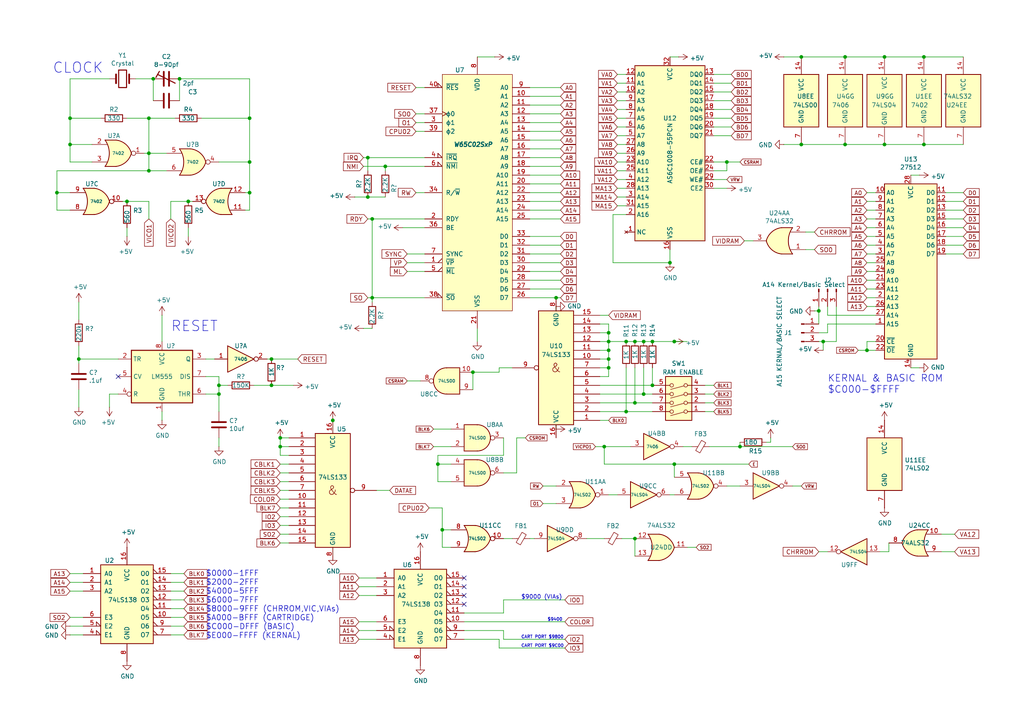
<source format=kicad_sch>
(kicad_sch (version 20250114) (generator "eeschema") (generator_version "9.0")
  (paper "A4")
  (text "RESET" (at 49.53 96.52 0) (effects (font (size 2.9972 2.9972)) (justify left bottom)))
  (text "$0000-1FFF\n$2000-2FFF\n$4000-5FFF\n$6000-7FFF\n$8000-9FFF (CHRROM,VIC,VIAs)\n$A000-BFFF (CARTRIDGE)\n$C000-DFFF (BASIC)\n$E000-FFFF (KERNAL)" (at 59.69 185.42 0) (effects (font (size 1.6002 1.6002)) (justify left bottom)))
  (text "$9000 (VIAs)\n" (at 151.13 173.99 0) (effects (font (size 1.1938 1.1938)) (justify left bottom)))
  (text "CART PORT $9800\n" (at 151.13 185.42 0) (effects (font (size 0.889 0.889)) (justify left bottom)))
  (text "CLOCK" (at 15.24 21.59 0) (effects (font (size 2.9972 2.9972)) (justify left bottom)))
  (text "$9400\n" (at 158.75 180.34 0) (effects (font (size 0.889 0.889)) (justify left bottom)))
  (text "CART PORT $9C00\n" (at 151.13 187.96 0) (effects (font (size 0.889 0.889)) (justify left bottom)))
  (text "KERNAL & BASIC ROM\n$C000-$FFFF\n" (at 240.03 114.3 0) (effects (font (size 2.0066 2.0066)) (justify left bottom)))
  (junction (at 106.68 57.15))
  (junction (at 195.58 99.06))
  (junction (at 111.76 48.26))
  (junction (at 22.86 104.14))
  (junction (at 107.95 86.36))
  (junction (at 210.82 46.99))
  (junction (at 63.5 114.3))
  (junction (at 72.39 46.99))
  (junction (at 175.26 129.54))
  (junction (at 184.15 116.84))
  (junction (at 43.18 34.29))
  (junction (at 43.18 44.45))
  (junction (at 195.58 134.62))
  (junction (at 20.32 41.91))
  (junction (at 267.97 41.91))
  (junction (at 43.18 49.53))
  (junction (at 238.76 99.06))
  (junction (at 161.29 86.36))
  (junction (at 128.27 153.67))
  (junction (at 36.83 58.42))
  (junction (at 245.11 41.91))
  (junction (at 181.61 119.38))
  (junction (at 189.23 99.06))
  (junction (at 232.41 16.51))
  (junction (at 176.53 101.6))
  (junction (at 184.15 99.06))
  (junction (at 20.32 34.29))
  (junction (at 176.53 99.06))
  (junction (at 107.95 63.5))
  (junction (at 52.07 22.86))
  (junction (at 54.61 58.42))
  (junction (at 137.16 107.95))
  (junction (at 181.61 99.06))
  (junction (at 232.41 41.91))
  (junction (at 44.45 22.86))
  (junction (at 96.52 121.92))
  (junction (at 186.69 114.3))
  (junction (at 256.54 41.91))
  (junction (at 78.74 104.14))
  (junction (at 127 134.62))
  (junction (at 194.31 76.2))
  (junction (at 189.23 111.76))
  (junction (at 106.68 45.72))
  (junction (at 245.11 16.51))
  (junction (at 186.69 99.06))
  (junction (at 16.51 55.88))
  (junction (at 81.28 127))
  (junction (at 81.28 129.54))
  (junction (at 214.63 129.54))
  (junction (at 267.97 16.51))
  (junction (at 251.46 101.6))
  (junction (at 256.54 16.51))
  (junction (at 72.39 55.88))
  (junction (at 237.49 90.17))
  (junction (at 176.53 96.52))
  (junction (at 63.5 111.76))
  (junction (at 184.15 156.21))
  (junction (at 72.39 34.29))
  (junction (at 176.53 104.14))
  (junction (at 78.74 111.76))
  (junction (at 176.53 106.68))
  (no_connect (at 34.29 109.22))
  (no_connect (at 134.62 172.72))
  (no_connect (at 134.62 167.64))
  (no_connect (at 134.62 175.26))
  (no_connect (at 134.62 170.18))
  (wire (pts (xy 173.99 111.76) (xy 189.23 111.76)))
  (wire (pts (xy 144.78 106.68) (xy 144.78 107.95)))
  (wire (pts (xy 107.95 63.5) (xy 107.95 86.36)))
  (wire (pts (xy 39.37 22.86) (xy 44.45 22.86)))
  (wire (pts (xy 267.97 41.91) (xy 279.4 41.91)))
  (wire (pts (xy 181.61 41.91) (xy 179.07 41.91)))
  (wire (pts (xy 194.31 16.51) (xy 196.85 16.51)))
  (wire (pts (xy 22.86 113.03) (xy 22.86 118.11)))
  (wire (pts (xy 254 99.06) (xy 251.46 99.06)))
  (wire (pts (xy 63.5 127) (xy 63.5 129.54)))
  (wire (pts (xy 63.5 114.3) (xy 63.5 119.38)))
  (wire (pts (xy 43.18 49.53) (xy 16.51 49.53)))
  (wire (pts (xy 78.74 111.76) (xy 85.09 111.76)))
  (wire (pts (xy 198.12 129.54) (xy 200.66 129.54)))
  (wire (pts (xy 128.27 158.75) (xy 128.27 153.67)))
  (wire (pts (xy 96.52 125.73) (xy 96.52 121.92)))
  (wire (pts (xy 123.19 76.2) (xy 118.11 76.2)))
  (wire (pts (xy 127 134.62) (xy 127 139.7)))
  (wire (pts (xy 106.68 57.15) (xy 102.87 57.15)))
  (wire (pts (xy 149.86 127) (xy 152.4 127)))
  (wire (pts (xy 153.67 76.2) (xy 162.56 76.2)))
  (wire (pts (xy 184.15 156.21) (xy 184.15 161.29)))
  (wire (pts (xy 175.26 134.62) (xy 195.58 134.62)))
  (wire (pts (xy 24.13 166.37) (xy 20.32 166.37)))
  (wire (pts (xy 194.31 72.39) (xy 194.31 76.2)))
  (wire (pts (xy 43.18 49.53) (xy 48.26 49.53)))
  (wire (pts (xy 49.53 184.15) (xy 53.34 184.15)))
  (wire (pts (xy 153.67 83.82) (xy 162.56 83.82)))
  (wire (pts (xy 207.01 29.21) (xy 212.09 29.21)))
  (wire (pts (xy 173.99 114.3) (xy 186.69 114.3)))
  (wire (pts (xy 254 76.2) (xy 251.46 76.2)))
  (wire (pts (xy 204.47 116.84) (xy 207.01 116.84)))
  (wire (pts (xy 254 78.74) (xy 251.46 78.74)))
  (wire (pts (xy 181.61 21.59) (xy 179.07 21.59)))
  (wire (pts (xy 58.42 34.29) (xy 72.39 34.29)))
  (wire (pts (xy 177.8 62.23) (xy 177.8 76.2)))
  (wire (pts (xy 254 86.36) (xy 251.46 86.36)))
  (wire (pts (xy 176.53 101.6) (xy 176.53 104.14)))
  (wire (pts (xy 134.62 177.8) (xy 146.05 177.8)))
  (wire (pts (xy 123.19 45.72) (xy 106.68 45.72)))
  (wire (pts (xy 149.86 137.16) (xy 149.86 127)))
  (wire (pts (xy 153.67 53.34) (xy 162.56 53.34)))
  (wire (pts (xy 24.13 181.61) (xy 20.32 181.61)))
  (wire (pts (xy 49.53 166.37) (xy 53.34 166.37)))
  (wire (pts (xy 111.76 48.26) (xy 105.41 48.26)))
  (wire (pts (xy 72.39 55.88) (xy 71.12 55.88)))
  (wire (pts (xy 181.61 24.13) (xy 179.07 24.13)))
  (wire (pts (xy 72.39 60.96) (xy 72.39 55.88)))
  (wire (pts (xy 236.22 67.31) (xy 233.68 67.31)))
  (wire (pts (xy 153.67 27.94) (xy 162.56 27.94)))
  (wire (pts (xy 146.05 137.16) (xy 149.86 137.16)))
  (wire (pts (xy 207.01 34.29) (xy 212.09 34.29)))
  (wire (pts (xy 181.61 99.06) (xy 184.15 99.06)))
  (wire (pts (xy 173.99 93.98) (xy 176.53 93.98)))
  (wire (pts (xy 43.18 44.45) (xy 48.26 44.45)))
  (wire (pts (xy 46.99 91.44) (xy 46.99 99.06)))
  (wire (pts (xy 240.03 91.44) (xy 240.03 88.9)))
  (wire (pts (xy 138.43 95.25) (xy 138.43 99.06)))
  (wire (pts (xy 254 66.04) (xy 251.46 66.04)))
  (wire (pts (xy 181.61 59.69) (xy 179.07 59.69)))
  (wire (pts (xy 123.19 25.4) (xy 120.65 25.4)))
  (wire (pts (xy 276.86 154.94) (xy 273.05 154.94)))
  (wire (pts (xy 242.57 88.9) (xy 242.57 99.06)))
  (wire (pts (xy 161.29 86.36) (xy 162.56 86.36)))
  (wire (pts (xy 214.63 129.54) (xy 229.87 129.54)))
  (wire (pts (xy 240.03 160.02) (xy 237.49 160.02)))
  (wire (pts (xy 173.99 106.68) (xy 176.53 106.68)))
  (wire (pts (xy 146.05 173.99) (xy 163.83 173.99)))
  (wire (pts (xy 153.67 25.4) (xy 162.56 25.4)))
  (wire (pts (xy 83.82 154.94) (xy 81.28 154.94)))
  (wire (pts (xy 276.86 160.02) (xy 273.05 160.02)))
  (wire (pts (xy 207.01 26.67) (xy 212.09 26.67)))
  (wire (pts (xy 83.82 147.32) (xy 81.28 147.32)))
  (wire (pts (xy 124.46 147.32) (xy 128.27 147.32)))
  (wire (pts (xy 236.22 90.17) (xy 237.49 90.17)))
  (wire (pts (xy 83.82 139.7) (xy 81.28 139.7)))
  (wire (pts (xy 20.32 41.91) (xy 20.32 46.99)))
  (wire (pts (xy 153.67 68.58) (xy 162.56 68.58)))
  (wire (pts (xy 49.53 173.99) (xy 53.34 173.99)))
  (wire (pts (xy 274.32 68.58) (xy 279.4 68.58)))
  (wire (pts (xy 109.22 182.88) (xy 104.14 182.88)))
  (wire (pts (xy 153.67 40.64) (xy 162.56 40.64)))
  (wire (pts (xy 173.99 96.52) (xy 176.53 96.52)))
  (wire (pts (xy 49.53 58.42) (xy 49.53 63.5)))
  (wire (pts (xy 204.47 119.38) (xy 207.01 119.38)))
  (wire (pts (xy 49.53 181.61) (xy 53.34 181.61)))
  (wire (pts (xy 83.82 149.86) (xy 81.28 149.86)))
  (wire (pts (xy 175.26 129.54) (xy 172.72 129.54)))
  (wire (pts (xy 153.67 86.36) (xy 161.29 86.36)))
  (wire (pts (xy 49.53 176.53) (xy 53.34 176.53)))
  (wire (pts (xy 264.16 106.68) (xy 266.7 106.68)))
  (wire (pts (xy 83.82 137.16) (xy 81.28 137.16)))
  (wire (pts (xy 207.01 39.37) (xy 212.09 39.37)))
  (wire (pts (xy 207.01 24.13) (xy 212.09 24.13)))
  (wire (pts (xy 173.99 116.84) (xy 184.15 116.84)))
  (wire (pts (xy 267.97 16.51) (xy 256.54 16.51)))
  (wire (pts (xy 173.99 99.06) (xy 176.53 99.06)))
  (wire (pts (xy 134.62 180.34) (xy 163.83 180.34)))
  (wire (pts (xy 181.61 39.37) (xy 179.07 39.37)))
  (wire (pts (xy 127 134.62) (xy 130.81 134.62)))
  (wire (pts (xy 153.67 78.74) (xy 162.56 78.74)))
  (wire (pts (xy 146.05 156.21) (xy 148.59 156.21)))
  (wire (pts (xy 274.32 66.04) (xy 279.4 66.04)))
  (wire (pts (xy 186.69 99.06) (xy 189.23 99.06)))
  (wire (pts (xy 107.95 63.5) (xy 106.68 63.5)))
  (wire (pts (xy 279.4 58.42) (xy 274.32 58.42)))
  (wire (pts (xy 73.66 111.76) (xy 78.74 111.76)))
  (wire (pts (xy 205.74 129.54) (xy 214.63 129.54)))
  (wire (pts (xy 181.61 26.67) (xy 179.07 26.67)))
  (wire (pts (xy 24.13 184.15) (xy 20.32 184.15)))
  (wire (pts (xy 238.76 99.06) (xy 237.49 99.06)))
  (wire (pts (xy 179.07 54.61) (xy 181.61 54.61)))
  (wire (pts (xy 20.32 46.99) (xy 26.67 46.99)))
  (wire (pts (xy 111.76 49.53) (xy 111.76 48.26)))
  (wire (pts (xy 83.82 127) (xy 81.28 127)))
  (wire (pts (xy 254 73.66) (xy 251.46 73.66)))
  (wire (pts (xy 181.61 57.15) (xy 179.07 57.15)))
  (wire (pts (xy 274.32 71.12) (xy 279.4 71.12)))
  (wire (pts (xy 184.15 116.84) (xy 189.23 116.84)))
  (wire (pts (xy 72.39 22.86) (xy 72.39 34.29)))
  (wire (pts (xy 207.01 31.75) (xy 212.09 31.75)))
  (wire (pts (xy 153.67 156.21) (xy 154.94 156.21)))
  (wire (pts (xy 16.51 49.53) (xy 16.51 55.88)))
  (wire (pts (xy 146.05 127) (xy 146.05 132.08)))
  (wire (pts (xy 123.19 73.66) (xy 118.11 73.66)))
  (wire (pts (xy 83.82 152.4) (xy 81.28 152.4)))
  (wire (pts (xy 161.29 146.05) (xy 157.48 146.05)))
  (wire (pts (xy 36.83 58.42) (xy 43.18 58.42)))
  (wire (pts (xy 207.01 52.07) (xy 210.82 52.07)))
  (wire (pts (xy 177.8 76.2) (xy 194.31 76.2)))
  (wire (pts (xy 22.86 87.63) (xy 22.86 92.71)))
  (wire (pts (xy 254 91.44) (xy 240.03 91.44)))
  (wire (pts (xy 81.28 132.08) (xy 81.28 129.54)))
  (wire (pts (xy 254 55.88) (xy 251.46 55.88)))
  (wire (pts (xy 251.46 99.06) (xy 251.46 101.6)))
  (wire (pts (xy 123.19 78.74) (xy 118.11 78.74)))
  (wire (pts (xy 72.39 46.99) (xy 63.5 46.99)))
  (wire (pts (xy 36.83 66.04) (xy 36.83 68.58)))
  (wire (pts (xy 134.62 185.42) (xy 144.78 185.42)))
  (wire (pts (xy 181.61 34.29) (xy 179.07 34.29)))
  (wire (pts (xy 71.12 60.96) (xy 72.39 60.96)))
  (wire (pts (xy 181.61 36.83) (xy 179.07 36.83)))
  (wire (pts (xy 210.82 140.97) (xy 214.63 140.97)))
  (wire (pts (xy 195.58 99.06) (xy 199.39 99.06)))
  (wire (pts (xy 35.56 58.42) (xy 36.83 58.42)))
  (wire (pts (xy 153.67 81.28) (xy 162.56 81.28)))
  (wire (pts (xy 274.32 55.88) (xy 279.4 55.88)))
  (wire (pts (xy 109.22 185.42) (xy 104.14 185.42)))
  (wire (pts (xy 274.32 60.96) (xy 279.4 60.96)))
  (wire (pts (xy 54.61 66.04) (xy 54.61 68.58)))
  (wire (pts (xy 43.18 34.29) (xy 36.83 34.29)))
  (wire (pts (xy 106.68 45.72) (xy 105.41 45.72)))
  (wire (pts (xy 148.59 106.68) (xy 144.78 106.68)))
  (wire (pts (xy 34.29 114.3) (xy 31.75 114.3)))
  (wire (pts (xy 181.61 29.21) (xy 179.07 29.21)))
  (wire (pts (xy 83.82 129.54) (xy 81.28 129.54)))
  (wire (pts (xy 181.61 106.68) (xy 181.61 119.38)))
  (wire (pts (xy 59.69 104.14) (xy 62.23 104.14)))
  (wire (pts (xy 20.32 60.96) (xy 16.51 60.96)))
  (wire (pts (xy 181.61 44.45) (xy 179.07 44.45)))
  (wire (pts (xy 43.18 58.42) (xy 43.18 63.5)))
  (wire (pts (xy 161.29 124.46) (xy 161.29 123.19)))
  (wire (pts (xy 173.99 109.22) (xy 176.53 109.22)))
  (wire (pts (xy 214.63 128.27) (xy 214.63 129.54)))
  (wire (pts (xy 72.39 46.99) (xy 72.39 55.88)))
  (wire (pts (xy 34.29 104.14) (xy 22.86 104.14)))
  (wire (pts (xy 146.05 177.8) (xy 146.05 173.99)))
  (wire (pts (xy 20.32 34.29) (xy 20.32 41.91)))
  (wire (pts (xy 123.19 33.02) (xy 120.65 33.02)))
  (wire (pts (xy 24.13 171.45) (xy 20.32 171.45)))
  (wire (pts (xy 50.8 34.29) (xy 43.18 34.29)))
  (wire (pts (xy 237.49 90.17) (xy 237.49 93.98)))
  (wire (pts (xy 134.62 182.88) (xy 146.05 182.88)))
  (wire (pts (xy 106.68 49.53) (xy 106.68 45.72)))
  (wire (pts (xy 254 58.42) (xy 251.46 58.42)))
  (wire (pts (xy 207.01 49.53) (xy 210.82 49.53)))
  (wire (pts (xy 83.82 132.08) (xy 81.28 132.08)))
  (wire (pts (xy 267.97 16.51) (xy 279.4 16.51)))
  (wire (pts (xy 127 139.7) (xy 130.81 139.7)))
  (wire (pts (xy 184.15 106.68) (xy 184.15 116.84)))
  (wire (pts (xy 153.67 48.26) (xy 162.56 48.26)))
  (wire (pts (xy 254 63.5) (xy 251.46 63.5)))
  (wire (pts (xy 16.51 60.96) (xy 16.51 55.88)))
  (wire (pts (xy 257.81 160.02) (xy 255.27 160.02)))
  (wire (pts (xy 49.53 179.07) (xy 53.34 179.07)))
  (wire (pts (xy 153.67 43.18) (xy 162.56 43.18)))
  (wire (pts (xy 254 60.96) (xy 251.46 60.96)))
  (wire (pts (xy 130.81 153.67) (xy 128.27 153.67)))
  (wire (pts (xy 63.5 111.76) (xy 63.5 114.3)))
  (wire (pts (xy 173.99 104.14) (xy 176.53 104.14)))
  (wire (pts (xy 207.01 46.99) (xy 210.82 46.99)))
  (wire (pts (xy 146.05 185.42) (xy 163.83 185.42)))
  (wire (pts (xy 201.93 158.75) (xy 199.39 158.75)))
  (wire (pts (xy 204.47 111.76) (xy 207.01 111.76)))
  (wire (pts (xy 77.47 104.14) (xy 78.74 104.14)))
  (wire (pts (xy 238.76 101.6) (xy 238.76 99.06)))
  (wire (pts (xy 256.54 41.91) (xy 245.11 41.91)))
  (wire (pts (xy 229.87 140.97) (xy 232.41 140.97)))
  (wire (pts (xy 245.11 16.51) (xy 256.54 16.51)))
  (wire (pts (xy 153.67 71.12) (xy 162.56 71.12)))
  (wire (pts (xy 153.67 55.88) (xy 162.56 55.88)))
  (wire (pts (xy 63.5 109.22) (xy 63.5 111.76)))
  (wire (pts (xy 59.69 109.22) (xy 63.5 109.22)))
  (wire (pts (xy 153.67 45.72) (xy 162.56 45.72)))
  (wire (pts (xy 121.92 110.49) (xy 118.11 110.49)))
  (wire (pts (xy 20.32 22.86) (xy 20.32 34.29)))
  (wire (pts (xy 146.05 182.88) (xy 146.05 185.42)))
  (wire (pts (xy 153.67 35.56) (xy 162.56 35.56)))
  (wire (pts (xy 181.61 49.53) (xy 179.07 49.53)))
  (wire (pts (xy 83.82 134.62) (xy 81.28 134.62)))
  (wire (pts (xy 176.53 143.51) (xy 179.07 143.51)))
  (wire (pts (xy 123.19 86.36) (xy 107.95 86.36)))
  (wire (pts (xy 144.78 185.42) (xy 144.78 187.96)))
  (wire (pts (xy 189.23 99.06) (xy 195.58 99.06)))
  (wire (pts (xy 153.67 33.02) (xy 162.56 33.02)))
  (wire (pts (xy 109.22 170.18) (xy 104.14 170.18)))
  (wire (pts (xy 130.81 124.46) (xy 125.73 124.46)))
  (wire (pts (xy 52.07 22.86) (xy 72.39 22.86)))
  (wire (pts (xy 43.18 44.45) (xy 41.91 44.45)))
  (wire (pts (xy 20.32 41.91) (xy 26.67 41.91)))
  (wire (pts (xy 232.41 16.51) (xy 245.11 16.51)))
  (wire (pts (xy 153.67 30.48) (xy 162.56 30.48)))
  (wire (pts (xy 31.75 22.86) (xy 20.32 22.86)))
  (wire (pts (xy 55.88 58.42) (xy 54.61 58.42)))
  (wire (pts (xy 173.99 119.38) (xy 181.61 119.38)))
  (wire (pts (xy 222.25 128.27) (xy 223.52 128.27)))
  (wire (pts (xy 267.97 41.91) (xy 256.54 41.91)))
  (wire (pts (xy 181.61 52.07) (xy 179.07 52.07)))
  (wire (pts (xy 207.01 21.59) (xy 212.09 21.59)))
  (wire (pts (xy 109.22 167.64) (xy 104.14 167.64)))
  (wire (pts (xy 182.88 129.54) (xy 175.26 129.54)))
  (wire (pts (xy 144.78 187.96) (xy 163.83 187.96)))
  (wire (pts (xy 194.31 143.51) (xy 195.58 143.51)))
  (wire (pts (xy 96.52 158.75) (xy 96.52 161.29)))
  (wire (pts (xy 210.82 46.99) (xy 214.63 46.99)))
  (wire (pts (xy 107.95 87.63) (xy 107.95 86.36)))
  (wire (pts (xy 181.61 31.75) (xy 179.07 31.75)))
  (wire (pts (xy 63.5 114.3) (xy 59.69 114.3)))
  (wire (pts (xy 123.19 35.56) (xy 120.65 35.56)))
  (wire (pts (xy 240.03 96.52) (xy 237.49 96.52)))
  (wire (pts (xy 54.61 58.42) (xy 49.53 58.42)))
  (wire (pts (xy 22.86 100.33) (xy 22.86 104.14)))
  (wire (pts (xy 184.15 99.06) (xy 186.69 99.06)))
  (wire (pts (xy 173.99 101.6) (xy 176.53 101.6)))
  (wire (pts (xy 130.81 129.54) (xy 125.73 129.54)))
  (wire (pts (xy 161.29 140.97) (xy 157.48 140.97)))
  (wire (pts (xy 52.07 29.21) (xy 52.07 22.86)))
  (wire (pts (xy 176.53 93.98) (xy 176.53 96.52)))
  (wire (pts (xy 186.69 114.3) (xy 189.23 114.3)))
  (wire (pts (xy 83.82 157.48) (xy 81.28 157.48)))
  (wire (pts (xy 153.67 38.1) (xy 162.56 38.1)))
  (wire (pts (xy 195.58 134.62) (xy 217.17 134.62)))
  (wire (pts (xy 264.16 50.8) (xy 266.7 50.8)))
  (wire (pts (xy 109.22 172.72) (xy 104.14 172.72)))
  (wire (pts (xy 232.41 16.51) (xy 227.33 16.51)))
  (wire (pts (xy 107.95 95.25) (xy 105.41 95.25)))
  (wire (pts (xy 176.53 96.52) (xy 176.53 99.06)))
  (wire (pts (xy 127 132.08) (xy 127 134.62)))
  (wire (pts (xy 24.13 168.91) (xy 20.32 168.91)))
  (wire (pts (xy 107.95 86.36) (xy 106.68 86.36)))
  (wire (pts (xy 31.75 114.3) (xy 31.75 118.11)))
  (wire (pts (xy 218.44 69.85) (xy 215.9 69.85)))
  (wire (pts (xy 189.23 111.76) (xy 189.23 106.68)))
  (wire (pts (xy 173.99 91.44) (xy 176.53 91.44)))
  (wire (pts (xy 109.22 142.24) (xy 113.03 142.24)))
  (wire (pts (xy 232.41 41.91) (xy 227.33 41.91)))
  (wire (pts (xy 207.01 36.83) (xy 212.09 36.83)))
  (wire (pts (xy 83.82 144.78) (xy 81.28 144.78)))
  (wire (pts (xy 251.46 101.6) (xy 248.92 101.6)))
  (wire (pts (xy 109.22 180.34) (xy 104.14 180.34)))
  (wire (pts (xy 144.78 107.95) (xy 137.16 107.95)))
  (wire (pts (xy 49.53 171.45) (xy 53.34 171.45)))
  (wire (pts (xy 236.22 72.39) (xy 233.68 72.39)))
  (wire (pts (xy 44.45 29.21) (xy 44.45 22.86)))
  (wire (pts (xy 137.16 107.95) (xy 137.16 113.03)))
  (wire (pts (xy 254 81.28) (xy 251.46 81.28)))
  (wire (pts (xy 63.5 111.76) (xy 66.04 111.76)))
  (wire (pts (xy 207.01 54.61) (xy 210.82 54.61)))
  (wire (pts (xy 254 93.98) (xy 240.03 93.98)))
  (wire (pts (xy 223.52 128.27) (xy 223.52 127)))
  (wire (pts (xy 274.32 63.5) (xy 279.4 63.5)))
  (wire (pts (xy 176.53 106.68) (xy 176.53 109.22)))
  (wire (pts (xy 153.67 50.8) (xy 162.56 50.8)))
  (wire (pts (xy 240.03 93.98) (xy 240.03 96.52)))
  (wire (pts (xy 123.19 63.5) (xy 107.95 63.5)))
  (wire (pts (xy 237.49 88.9) (xy 237.49 90.17)))
  (wire (pts (xy 138.43 16.51) (xy 143.51 16.51)))
  (wire (pts (xy 175.26 129.54) (xy 175.26 134.62)))
  (wire (pts (xy 195.58 134.62) (xy 195.58 138.43)))
  (wire (pts (xy 180.34 156.21) (xy 184.15 156.21)))
  (wire (pts (xy 123.19 48.26) (xy 111.76 48.26)))
  (wire (pts (xy 176.53 99.06) (xy 181.61 99.06)))
  (wire (pts (xy 254 71.12) (xy 251.46 71.12)))
  (wire (pts (xy 146.05 132.08) (xy 127 132.08)))
  (wire (pts (xy 254 68.58) (xy 251.46 68.58)))
  (wire (pts (xy 242.57 99.06) (xy 238.76 99.06)))
  (wire (pts (xy 176.53 99.06) (xy 176.53 101.6)))
  (wire (pts (xy 153.67 60.96) (xy 162.56 60.96)))
  (wire (pts (xy 43.18 44.45) (xy 43.18 49.53)))
  (wire (pts (xy 176.53 104.14) (xy 176.53 106.68)))
  (wire (pts (xy 24.13 179.07) (xy 20.32 179.07)))
  (wire (pts (xy 22.86 104.14) (xy 22.86 105.41)))
  (wire (pts (xy 123.19 38.1) (xy 120.65 38.1)))
  (wire (pts (xy 153.67 58.42) (xy 162.56 58.42)))
  (wire (pts (xy 111.76 57.15) (xy 106.68 57.15)))
  (wire (pts (xy 83.82 142.24) (xy 81.28 142.24)))
  (wire (pts (xy 78.74 104.14) (xy 86.36 104.14)))
  (wire (pts (xy 173.99 121.92) (xy 176.53 121.92)))
  (wire (pts (xy 43.18 44.45) (xy 43.18 34.29)))
  (wire (pts (xy 153.67 63.5) (xy 162.56 63.5)))
  (wire (pts (xy 20.32 34.29) (xy 29.21 34.29)))
  (wire (pts (xy 130.81 158.75) (xy 128.27 158.75)))
  (wire (pts (xy 81.28 129.54) (xy 81.28 127)))
  (wire (pts (xy 257.81 157.48) (xy 257.81 160.02)))
  (wire (pts (xy 204.47 114.3) (xy 207.01 114.3)))
  (wire (pts (xy 254 88.9) (xy 251.46 88.9)))
  (wire (pts (xy 161.29 90.17) (xy 161.29 88.9)))
  (wire (pts (xy 123.19 55.88) (xy 120.65 55.88)))
  (wire (pts (xy 251.46 101.6) (xy 254 101.6)))
  (wire (pts (xy 254 83.82) (xy 251.46 83.82)))
  (wire (pts (xy 170.18 156.21) (xy 175.26 156.21)))
  (wire (pts (xy 128.27 147.32) (xy 128.27 153.67)))
  (wire (pts (xy 210.82 49.53) (xy 210.82 46.99)))
  (wire (pts (xy 181.61 46.99) (xy 179.07 46.99)))
  (wire (pts (xy 49.53 168.91) (xy 53.34 168.91)))
  (wire (pts (xy 186.69 106.68) (xy 186.69 114.3)))
  (wire (pts (xy 46.99 119.38) (xy 46.99 121.92)))
  (wire (pts (xy 116.84 66.04) (xy 123.19 66.04)))
  (wire (pts (xy 274.32 73.66) (xy 279.4 73.66)))
  (wire (pts (xy 232.41 41.91) (xy 245.11 41.91)))
  (wire (pts (xy 16.51 55.88) (xy 20.32 55.88)))
  (wire (pts (xy 153.67 73.66) (xy 162.56 73.66)))
  (wire (pts (xy 181.61 62.23) (xy 177.8 62.23)))
  (wire (pts (xy 72.39 34.29) (xy 72.39 46.99)))
  (wire (pts (xy 181.61 119.38) (xy 189.23 119.38)))
  (global_label "BLK3" (shape input) (at 53.34 173.99 0) (effects (font (size 1.1938 1.1938))) (property "Intersheetrefs" "${INTERSHEET_REFS}" (effects (hide yes))))
  (global_label "CHRROM" (shape input) (at 236.22 67.31 0) (property "Intersheetrefs" "${INTERSHEET_REFS}" (effects (hide yes))))
  (global_label "D2" (shape input) (at 162.56 73.66 0) (effects (font (size 1.1938 1.1938))) (property "Intersheetrefs" "${INTERSHEET_REFS}" (effects (hide yes))))
  (global_label "D3" (shape input) (at 279.4 63.5 0) (effects (font (size 1.1938 1.1938))) (property "Intersheetrefs" "${INTERSHEET_REFS}" (effects (hide yes))))
  (global_label "SO2" (shape input) (at 20.32 179.07 180) (effects (font (size 1.1938 1.1938))) (property "Intersheetrefs" "${INTERSHEET_REFS}" (effects (hide yes))))
  (global_label "D5" (shape input) (at 279.4 68.58 0) (effects (font (size 1.1938 1.1938))) (property "Intersheetrefs" "${INTERSHEET_REFS}" (effects (hide yes))))
  (global_label "A13" (shape input) (at 251.46 88.9 180) (effects (font (size 1.1938 1.1938))) (property "Intersheetrefs" "${INTERSHEET_REFS}" (effects (hide yes))))
  (global_label "BLK6" (shape input) (at 53.34 181.61 0) (effects (font (size 1.1938 1.1938))) (property "Intersheetrefs" "${INTERSHEET_REFS}" (effects (hide yes))))
  (global_label "BLK0" (shape input) (at 53.34 166.37 0) (effects (font (size 1.1938 1.1938))) (property "Intersheetrefs" "${INTERSHEET_REFS}" (effects (hide yes))))
  (global_label "VA3" (shape input) (at 179.07 29.21 180) (effects (font (size 1.1938 1.1938))) (property "Intersheetrefs" "${INTERSHEET_REFS}" (effects (hide yes))))
  (global_label "A14" (shape input) (at 104.14 182.88 180) (effects (font (size 1.1938 1.1938))) (property "Intersheetrefs" "${INTERSHEET_REFS}" (effects (hide yes))))
  (global_label "CBLK3" (shape input) (at 81.28 139.7 180) (property "Intersheetrefs" "${INTERSHEET_REFS}" (effects (hide yes))))
  (global_label "A0" (shape input) (at 162.56 25.4 0) (effects (font (size 1.1938 1.1938))) (property "Intersheetrefs" "${INTERSHEET_REFS}" (effects (hide yes))))
  (global_label "SO0" (shape input) (at 120.65 33.02 180) (property "Intersheetrefs" "${INTERSHEET_REFS}" (effects (hide yes))))
  (global_label "VICO1" (shape input) (at 43.18 63.5 270) (property "Intersheetrefs" "${INTERSHEET_REFS}" (effects (hide yes))))
  (global_label "CSRAM" (shape input) (at 214.63 46.99 0) (effects (font (size 0.889 0.889))) (property "Intersheetrefs" "${INTERSHEET_REFS}" (effects (hide yes))))
  (global_label "BD3" (shape input) (at 212.09 29.21 0) (effects (font (size 1.1938 1.1938))) (property "Intersheetrefs" "${INTERSHEET_REFS}" (effects (hide yes))))
  (global_label "A12" (shape input) (at 162.56 55.88 0) (effects (font (size 1.1938 1.1938))) (property "Intersheetrefs" "${INTERSHEET_REFS}" (effects (hide yes))))
  (global_label "VA7" (shape input) (at 179.07 39.37 180) (effects (font (size 1.1938 1.1938))) (property "Intersheetrefs" "${INTERSHEET_REFS}" (effects (hide yes))))
  (global_label "IO2" (shape input) (at 163.83 185.42 0) (effects (font (size 1.1938 1.1938))) (property "Intersheetrefs" "${INTERSHEET_REFS}" (effects (hide yes))))
  (global_label "BLK2" (shape input) (at 207.01 114.3 0) (effects (font (size 0.889 0.889))) (property "Intersheetrefs" "${INTERSHEET_REFS}" (effects (hide yes))))
  (global_label "VICPO1" (shape input) (at 172.72 129.54 180) (effects (font (size 0.889 0.889))) (property "Intersheetrefs" "${INTERSHEET_REFS}" (effects (hide yes))))
  (global_label "A5" (shape input) (at 251.46 68.58 180) (effects (font (size 1.1938 1.1938))) (property "Intersheetrefs" "${INTERSHEET_REFS}" (effects (hide yes))))
  (global_label "CBLK1" (shape input) (at 81.28 134.62 180) (property "Intersheetrefs" "${INTERSHEET_REFS}" (effects (hide yes))))
  (global_label "VA9" (shape input) (at 179.07 44.45 180) (effects (font (size 1.1938 1.1938))) (property "Intersheetrefs" "${INTERSHEET_REFS}" (effects (hide yes))))
  (global_label "A15" (shape input) (at 20.32 171.45 180) (effects (font (size 1.1938 1.1938))) (property "Intersheetrefs" "${INTERSHEET_REFS}" (effects (hide yes))))
  (global_label "A12" (shape input) (at 251.46 86.36 180) (effects (font (size 1.1938 1.1938))) (property "Intersheetrefs" "${INTERSHEET_REFS}" (effects (hide yes))))
  (global_label "VIDRAM" (shape input) (at 176.53 91.44 0) (property "Intersheetrefs" "${INTERSHEET_REFS}" (effects (hide yes))))
  (global_label "A2" (shape input) (at 162.56 30.48 0) (effects (font (size 1.1938 1.1938))) (property "Intersheetrefs" "${INTERSHEET_REFS}" (effects (hide yes))))
  (global_label "CBLK5" (shape input) (at 81.28 142.24 180) (property "Intersheetrefs" "${INTERSHEET_REFS}" (effects (hide yes))))
  (global_label "DATAE" (shape input) (at 113.03 142.24 0) (effects (font (size 1.1938 1.1938))) (property "Intersheetrefs" "${INTERSHEET_REFS}" (effects (hide yes))))
  (global_label "A14" (shape input) (at 20.32 168.91 180) (effects (font (size 1.1938 1.1938))) (property "Intersheetrefs" "${INTERSHEET_REFS}" (effects (hide yes))))
  (global_label "BLK6" (shape input) (at 125.73 124.46 180) (effects (font (size 0.889 0.889))) (property "Intersheetrefs" "${INTERSHEET_REFS}" (effects (hide yes))))
  (global_label "BLK1" (shape input) (at 53.34 168.91 0) (effects (font (size 1.1938 1.1938))) (property "Intersheetrefs" "${INTERSHEET_REFS}" (effects (hide yes))))
  (global_label "A1" (shape input) (at 251.46 58.42 180) (effects (font (size 1.1938 1.1938))) (property "Intersheetrefs" "${INTERSHEET_REFS}" (effects (hide yes))))
  (global_label "A13" (shape input) (at 20.32 166.37 180) (effects (font (size 1.1938 1.1938))) (property "Intersheetrefs" "${INTERSHEET_REFS}" (effects (hide yes))))
  (global_label "COLOR" (shape input) (at 81.28 144.78 180) (property "Intersheetrefs" "${INTERSHEET_REFS}" (effects (hide yes))))
  (global_label "RW" (shape input) (at 157.48 140.97 180) (effects (font (size 0.889 0.889))) (property "Intersheetrefs" "${INTERSHEET_REFS}" (effects (hide yes))))
  (global_label "BD1" (shape input) (at 212.09 24.13 0) (effects (font (size 1.1938 1.1938))) (property "Intersheetrefs" "${INTERSHEET_REFS}" (effects (hide yes))))
  (global_label "MA14" (shape input) (at 179.07 57.15 180) (property "Intersheetrefs" "${INTERSHEET_REFS}" (effects (hide yes))))
  (global_label "MA15" (shape input) (at 179.07 59.69 180) (property "Intersheetrefs" "${INTERSHEET_REFS}" (effects (hide yes))))
  (global_label "D7" (shape input) (at 162.56 86.36 0) (effects (font (size 1.1938 1.1938))) (property "Intersheetrefs" "${INTERSHEET_REFS}" (effects (hide yes))))
  (global_label "VA2" (shape input) (at 179.07 26.67 180) (effects (font (size 1.1938 1.1938))) (property "Intersheetrefs" "${INTERSHEET_REFS}" (effects (hide yes))))
  (global_label "CSROM" (shape input) (at 248.92 101.6 180) (effects (font (size 0.889 0.889))) (property "Intersheetrefs" "${INTERSHEET_REFS}" (effects (hide yes))))
  (global_label "RESET" (shape input) (at 120.65 25.4 180) (property "Intersheetrefs" "${INTERSHEET_REFS}" (effects (hide yes))))
  (global_label "A8" (shape input) (at 162.56 45.72 0) (effects (font (size 1.1938 1.1938))) (property "Intersheetrefs" "${INTERSHEET_REFS}" (effects (hide yes))))
  (global_label "BD7" (shape input) (at 212.09 39.37 0) (effects (font (size 1.1938 1.1938))) (property "Intersheetrefs" "${INTERSHEET_REFS}" (effects (hide yes))))
  (global_label "VA0" (shape input) (at 179.07 21.59 180) (effects (font (size 1.1938 1.1938))) (property "Intersheetrefs" "${INTERSHEET_REFS}" (effects (hide yes))))
  (global_label "BLK5" (shape input) (at 207.01 119.38 0) (effects (font (size 0.889 0.889))) (property "Intersheetrefs" "${INTERSHEET_REFS}" (effects (hide yes))))
  (global_label "ML" (shape input) (at 118.11 78.74 180) (property "Intersheetrefs" "${INTERSHEET_REFS}" (effects (hide yes))))
  (global_label "VA12" (shape input) (at 179.07 52.07 180) (effects (font (size 1.1938 1.1938))) (property "Intersheetrefs" "${INTERSHEET_REFS}" (effects (hide yes))))
  (global_label "A8" (shape input) (at 251.46 76.2 180) (effects (font (size 1.1938 1.1938))) (property "Intersheetrefs" "${INTERSHEET_REFS}" (effects (hide yes))))
  (global_label "CSROM" (shape input) (at 152.4 127 0) (effects (font (size 0.889 0.889))) (property "Intersheetrefs" "${INTERSHEET_REFS}" (effects (hide yes))))
  (global_label "A11" (shape input) (at 104.14 170.18 180) (effects (font (size 1.1938 1.1938))) (property "Intersheetrefs" "${INTERSHEET_REFS}" (effects (hide yes))))
  (global_label "VA8" (shape input) (at 179.07 41.91 180) (effects (font (size 1.1938 1.1938))) (property "Intersheetrefs" "${INTERSHEET_REFS}" (effects (hide yes))))
  (global_label "A9" (shape input) (at 251.46 78.74 180) (effects (font (size 1.1938 1.1938))) (property "Intersheetrefs" "${INTERSHEET_REFS}" (effects (hide yes))))
  (global_label "SO2" (shape input) (at 81.28 154.94 180) (effects (font (size 1.1938 1.1938))) (property "Intersheetrefs" "${INTERSHEET_REFS}" (effects (hide yes))))
  (global_label "NMI" (shape input) (at 105.41 48.26 180) (property "Intersheetrefs" "${INTERSHEET_REFS}" (effects (hide yes))))
  (global_label "A13" (shape input) (at 162.56 58.42 0) (effects (font (size 1.1938 1.1938))) (property "Intersheetrefs" "${INTERSHEET_REFS}" (effects (hide yes))))
  (global_label "D4" (shape input) (at 279.4 66.04 0) (effects (font (size 1.1938 1.1938))) (property "Intersheetrefs" "${INTERSHEET_REFS}" (effects (hide yes))))
  (global_label "O1" (shape input) (at 120.65 35.56 180) (property "Intersheetrefs" "${INTERSHEET_REFS}" (effects (hide yes))))
  (global_label "A7" (shape input) (at 162.56 43.18 0) (effects (font (size 1.1938 1.1938))) (property "Intersheetrefs" "${INTERSHEET_REFS}" (effects (hide yes))))
  (global_label "BD4" (shape input) (at 212.09 31.75 0) (effects (font (size 1.1938 1.1938))) (property "Intersheetrefs" "${INTERSHEET_REFS}" (effects (hide yes))))
  (global_label "A0" (shape input) (at 251.46 55.88 180) (effects (font (size 1.1938 1.1938))) (property "Intersheetrefs" "${INTERSHEET_REFS}" (effects (hide yes))))
  (global_label "D3" (shape input) (at 162.56 76.2 0) (effects (font (size 1.1938 1.1938))) (property "Intersheetrefs" "${INTERSHEET_REFS}" (effects (hide yes))))
  (global_label "A5" (shape input) (at 162.56 38.1 0) (effects (font (size 1.1938 1.1938))) (property "Intersheetrefs" "${INTERSHEET_REFS}" (effects (hide yes))))
  (global_label "BD6" (shape input) (at 212.09 36.83 0) (effects (font (size 1.1938 1.1938))) (property "Intersheetrefs" "${INTERSHEET_REFS}" (effects (hide yes))))
  (global_label "CHRROM" (shape input) (at 237.49 160.02 180) (property "Intersheetrefs" "${INTERSHEET_REFS}" (effects (hide yes))))
  (global_label "SYNC" (shape input) (at 118.11 73.66 180) (property "Intersheetrefs" "${INTERSHEET_REFS}" (effects (hide yes))))
  (global_label "A4" (shape input) (at 251.46 66.04 180) (effects (font (size 1.1938 1.1938))) (property "Intersheetrefs" "${INTERSHEET_REFS}" (effects (hide yes))))
  (global_label "VA12" (shape input) (at 276.86 154.94 0) (property "Intersheetrefs" "${INTERSHEET_REFS}" (effects (hide yes))))
  (global_label "BLK2" (shape input) (at 53.34 171.45 0) (effects (font (size 1.1938 1.1938))) (property "Intersheetrefs" "${INTERSHEET_REFS}" (effects (hide yes))))
  (global_label "D6" (shape input) (at 162.56 83.82 0) (effects (font (size 1.1938 1.1938))) (property "Intersheetrefs" "${INTERSHEET_REFS}" (effects (hide yes))))
  (global_label "VICO2" (shape input) (at 49.53 63.5 270) (property "Intersheetrefs" "${INTERSHEET_REFS}" (effects (hide yes))))
  (global_label "E" (shape input) (at 217.17 134.62 0) (effects (font (size 0.889 0.889))) (property "Intersheetrefs" "${INTERSHEET_REFS}" (effects (hide yes))))
  (global_label "A10" (shape input) (at 162.56 50.8 0) (effects (font (size 1.1938 1.1938))) (property "Intersheetrefs" "${INTERSHEET_REFS}" (effects (hide yes))))
  (global_label "A12" (shape input) (at 104.14 172.72 180) (effects (font (size 1.1938 1.1938))) (property "Intersheetrefs" "${INTERSHEET_REFS}" (effects (hide yes))))
  (global_label "BD5" (shape input) (at 212.09 34.29 0) (effects (font (size 1.1938 1.1938))) (property "Intersheetrefs" "${INTERSHEET_REFS}" (effects (hide yes))))
  (global_label "D0" (shape input) (at 162.56 68.58 0) (effects (font (size 1.1938 1.1938))) (property "Intersheetrefs" "${INTERSHEET_REFS}" (effects (hide yes))))
  (global_label "VRW" (shape input) (at 232.41 140.97 0) (effects (font (size 0.889 0.889))) (property "Intersheetrefs" "${INTERSHEET_REFS}" (effects (hide yes))))
  (global_label "BLK6" (shape input) (at 81.28 157.48 180) (effects (font (size 1.1938 1.1938))) (property "Intersheetrefs" "${INTERSHEET_REFS}" (effects (hide yes))))
  (global_label "CSRAM" (shape input) (at 118.11 110.49 180) (effects (font (size 0.889 0.889))) (property "Intersheetrefs" "${INTERSHEET_REFS}" (effects (hide yes))))
  (global_label "A14" (shape input) (at 162.56 60.96 0) (effects (font (size 1.1938 1.1938))) (property "Intersheetrefs" "${INTERSHEET_REFS}" (effects (hide yes))))
  (global_label "VIDRAM" (shape input) (at 215.9 69.85 180) (property "Intersheetrefs" "${INTERSHEET_REFS}" (effects (hide yes))))
  (global_label "RESET" (shape input) (at 86.36 104.14 0) (property "Intersheetrefs" "${INTERSHEET_REFS}" (effects (hide yes))))
  (global_label "A13" (shape input) (at 104.14 185.42 180) (effects (font (size 1.1938 1.1938))) (property "Intersheetrefs" "${INTERSHEET_REFS}" (effects (hide yes))))
  (global_label "D5" (shape input) (at 162.56 81.28 0) (effects (font (size 1.1938 1.1938))) (property "Intersheetrefs" "${INTERSHEET_REFS}" (effects (hide yes))))
  (global_label "BLK7" (shape input) (at 81.28 147.32 180) (effects (font (size 1.1938 1.1938))) (property "Intersheetrefs" "${INTERSHEET_REFS}" (effects (hide yes))))
  (global_label "D4" (shape input) (at 162.56 78.74 0) (effects (font (size 1.1938 1.1938))) (property "Intersheetrefs" "${INTERSHEET_REFS}" (effects (hide yes))))
  (global_label "IO3" (shape input) (at 81.28 152.4 180) (effects (font (size 1.1938 1.1938))) (property "Intersheetrefs" "${INTERSHEET_REFS}" (effects (hide yes))))
  (global_label "VA6" (shape input) (at 179.07 36.83 180) (effects (font (size 1.1938 1.1938))) (property "Intersheetrefs" "${INTERSHEET_REFS}" (effects (hide yes))))
  (global_label "IO0" (shape input) (at 163.83 173.99 0) (effects (font (size 1.1938 1.1938))) (property "Intersheetrefs" "${INTERSHEET_REFS}" (effects (hide yes))))
  (global_label "A15" (shape input) (at 162.56 63.5 0) (effects (font (size 1.1938 1.1938))) (property "Intersheetrefs" "${INTERSHEET_REFS}" (effects (hide yes))))
  (global_label "D7" (shape input) (at 279.4 73.66 0) (effects (font (size 1.1938 1.1938))) (property "Intersheetrefs" "${INTERSHEET_REFS}" (effects (hide yes))))
  (global_label "VA13" (shape input) (at 276.86 160.02 0) (property "Intersheetrefs" "${INTERSHEET_REFS}" (effects (hide yes))))
  (global_label "RDY" (shape input) (at 106.68 63.5 180) (property "Intersheetrefs" "${INTERSHEET_REFS}" (effects (hide yes))))
  (global_label "D1" (shape input) (at 162.56 71.12 0) (effects (font (size 1.1938 1.1938))) (property "Intersheetrefs" "${INTERSHEET_REFS}" (effects (hide yes))))
  (global_label "SO0" (shape input) (at 229.87 129.54 0) (effects (font (size 0.889 0.889))) (property "Intersheetrefs" "${INTERSHEET_REFS}" (effects (hide yes))))
  (global_label "BLK3" (shape input) (at 207.01 116.84 0) (effects (font (size 0.889 0.889))) (property "Intersheetrefs" "${INTERSHEET_REFS}" (effects (hide yes))))
  (global_label "A10" (shape input) (at 104.14 167.64 180) (effects (font (size 1.1938 1.1938))) (property "Intersheetrefs" "${INTERSHEET_REFS}" (effects (hide yes))))
  (global_label "A3" (shape input) (at 251.46 63.5 180) (effects (font (size 1.1938 1.1938))) (property "Intersheetrefs" "${INTERSHEET_REFS}" (effects (hide yes))))
  (global_label "A6" (shape input) (at 162.56 40.64 0) (effects (font (size 1.1938 1.1938))) (property "Intersheetrefs" "${INTERSHEET_REFS}" (effects (hide yes))))
  (global_label "BLK7" (shape input) (at 53.34 184.15 0) (effects (font (size 1.1938 1.1938))) (property "Intersheetrefs" "${INTERSHEET_REFS}" (effects (hide yes))))
  (global_label "BLK1" (shape input) (at 207.01 111.76 0) (effects (font (size 0.889 0.889))) (property "Intersheetrefs" "${INTERSHEET_REFS}" (effects (hide yes))))
  (global_label "RW" (shape input) (at 120.65 55.88 180) (property "Intersheetrefs" "${INTERSHEET_REFS}" (effects (hide yes))))
  (global_label "VA11" (shape input) (at 179.07 49.53 180) (effects (font (size 1.1938 1.1938))) (property "Intersheetrefs" "${INTERSHEET_REFS}" (effects (hide yes))))
  (global_label "A15" (shape input) (at 104.14 180.34 180) (effects (font (size 1.1938 1.1938))) (property "Intersheetrefs" "${INTERSHEET_REFS}" (effects (hide yes))))
  (global_label "MA13" (shape input) (at 179.07 54.61 180) (property "Intersheetrefs" "${INTERSHEET_REFS}" (effects (hide yes))))
  (global_label "VP" (shape input) (at 118.11 76.2 180) (property "Intersheetrefs" "${INTERSHEET_REFS}" (effects (hide yes))))
  (global_label "CPU02" (shape input) (at 120.65 38.1 180) (property "Intersheetrefs" "${INTERSHEET_REFS}" (effects (hide yes))))
  (global_label "IO3" (shape input) (at 163.83 187.96 0) (effects (font (size 1.1938 1.1938))) (property "Intersheetrefs" "${INTERSHEET_REFS}" (effects (hide yes))))
  (global_label "IO2" (shape input) (at 81.28 149.86 180) (effects (font (size 1.1938 1.1938))) (property "Intersheetrefs" "${INTERSHEET_REFS}" (effects (hide yes))))
  (global_label "CBLK2" (shape input) (at 81.28 137.16 180) (property "Intersheetrefs" "${INTERSHEET_REFS}" (effects (hide yes))))
  (global_label "VRW" (shape input) (at 210.82 52.07 0) (effects (font (size 0.889 0.889))) (property "Intersheetrefs" "${INTERSHEET_REFS}" (effects (hide yes))))
  (global_label "A7" (shape input) (at 251.46 73.66 180) (effects (font (size 1.1938 1.1938))) (property "Intersheetrefs" "${INTERSHEET_REFS}" (effects (hide yes))))
  (global_label "D0" (shape input) (at 279.4 55.88 0) (effects (font (size 1.1938 1.1938))) (property "Intersheetrefs" "${INTERSHEET_REFS}" (effects (hide yes))))
  (global_label "SO" (shape input) (at 106.68 86.36 180) (property "Intersheetrefs" "${INTERSHEET_REFS}" (effects (hide yes))))
  (global_label "BLK7" (shape input) (at 125.73 129.54 180) (effects (font (size 0.889 0.889))) (property "Intersheetrefs" "${INTERSHEET_REFS}" (effects (hide yes))))
  (global_label "A11" (shape input) (at 251.46 83.82 180) (effects (font (size 1.1938 1.1938))) (property "Intersheetrefs" "${INTERSHEET_REFS}" (effects (hide yes))))
  (global_label "BLK5" (shape input) (at 53.34 179.07 0) (effects (font (size 1.1938 1.1938))) (property "Intersheetrefs" "${INTERSHEET_REFS}" (effects (hide yes))))
  (global_label "A4" (shape input) (at 162.56 35.56 0) (effects (font (size 1.1938 1.1938))) (property "Intersheetrefs" "${INTERSHEET_REFS}" (effects (hide yes))))
  (global_label "A1" (shape input) (at 162.56 27.94 0) (effects (font (size 1.1938 1.1938))) (property "Intersheetrefs" "${INTERSHEET_REFS}" (effects (hide yes))))
  (global_label "A11" (shape input) (at 162.56 53.34 0) (effects (font (size 1.1938 1.1938))) (property "Intersheetrefs" "${INTERSHEET_REFS}" (effects (hide yes))))
  (global_label "A2" (shape input) (at 251.46 60.96 180) (effects (font (size 1.1938 1.1938))) (property "Intersheetrefs" "${INTERSHEET_REFS}" (effects (hide yes))))
  (global_label "VA5" (shape input) (at 179.07 34.29 180) (effects (font (size 1.1938 1.1938))) (property "Intersheetrefs" "${INTERSHEET_REFS}" (effects (hide yes))))
  (global_label "O1" (shape input) (at 157.48 146.05 180) (effects (font (size 0.889 0.889))) (property "Intersheetrefs" "${INTERSHEET_REFS}" (effects (hide yes))))
  (global_label "D2" (shape input) (at 279.4 60.96 0) (effects (font (size 1.1938 1.1938))) (property "Intersheetrefs" "${INTERSHEET_REFS}" (effects (hide yes))))
  (global_label "A3" (shape input) (at 162.56 33.02 0) (effects (font (size 1.1938 1.1938))) (property "Intersheetrefs" "${INTERSHEET_REFS}" (effects (hide yes))))
  (global_label "BLK0" (shape input) (at 176.53 121.92 0) (effects (font (size 0.889 0.889))) (property "Intersheetrefs" "${INTERSHEET_REFS}" (effects (hide yes))))
  (global_label "BLK4" (shape input) (at 53.34 176.53 0) (effects (font (size 1.1938 1.1938))) (property "Intersheetrefs" "${INTERSHEET_REFS}" (effects (hide yes))))
  (global_label "COLOR" (shape input) (at 163.83 180.34 0) (effects (font (size 1.1938 1.1938))) (property "Intersheetrefs" "${INTERSHEET_REFS}" (effects (hide yes))))
  (global_label "A6" (shape input) (at 251.46 71.12 180) (effects (font (size 1.1938 1.1938))) (property "Intersheetrefs" "${INTERSHEET_REFS}" (effects (hide yes))))
  (global_label "BD2" (shape input) (at 212.09 26.67 0) (effects (font (size 1.1938 1.1938))) (property "Intersheetrefs" "${INTERSHEET_REFS}" (effects (hide yes))))
  (global_label "VA1" (shape input) (at 179.07 24.13 180) (effects (font (size 1.1938 1.1938))) (property "Intersheetrefs" "${INTERSHEET_REFS}" (effects (hide yes))))
  (global_label "D1" (shape input) (at 279.4 58.42 0) (effects (font (size 1.1938 1.1938))) (property "Intersheetrefs" "${INTERSHEET_REFS}" (effects (hide yes))))
  (global_label "VA10" (shape input) (at 179.07 46.99 180) (effects (font (size 1.1938 1.1938))) (property "Intersheetrefs" "${INTERSHEET_REFS}" (effects (hide yes))))
  (global_label "A9" (shape input) (at 162.56 48.26 0) (effects (font (size 1.1938 1.1938))) (property "Intersheetrefs" "${INTERSHEET_REFS}" (effects (hide yes))))
  (global_label "CPU02" (shape input) (at 124.46 147.32 180) (property "Intersheetrefs" "${INTERSHEET_REFS}" (effects (hide yes))))
  (global_label "A10" (shape input) (at 251.46 81.28 180) (effects (font (size 1.1938 1.1938))) (property "Intersheetrefs" "${INTERSHEET_REFS}" (effects (hide yes))))
  (global_label "SO0" (shape input) (at 236.22 72.39 0) (property "Intersheetrefs" "${INTERSHEET_REFS}" (effects (hide yes))))
  (global_label "SO2" (shape input) (at 201.93 158.75 0) (effects (font (size 0.889 0.889))) (property "Intersheetrefs" "${INTERSHEET_REFS}" (effects (hide yes))))
  (global_label "IRQ" (shape input) (at 105.41 45.72 180) (property "Intersheetrefs" "${INTERSHEET_REFS}" (effects (hide yes))))
  (global_label "VA4" (shape input) (at 179.07 31.75 180) (effects (font (size 1.1938 1.1938))) (property "Intersheetrefs" "${INTERSHEET_REFS}" (effects (hide yes))))
  (global_label "D6" (shape input) (at 279.4 71.12 0) (effects (font (size 1.1938 1.1938))) (property "Intersheetrefs" "${INTERSHEET_REFS}" (effects (hide yes))))
  (global_label "BD0" (shape input) (at 212.09 21.59 0) (effects (font (size 1.1938 1.1938))) (property "Intersheetrefs" "${INTERSHEET_REFS}" (effects (hide yes))))
  (symbol (lib_id "Device:R") (at 69.85 111.76 270) (unit 1)
    (property "Reference" "R6" (at 69.85 109.22 90))
    (property "Value" "150K" (at 69.85 111.76 90))
    (property "Footprint" "Resistor_THT:R_Axial_DIN0207_L6.3mm_D2.5mm_P7.62mm_Horizontal" (effects (hide yes)))
    (instances (project "" (path "" (reference "R?") (unit 1)) (path "" (reference "R6") (unit 1))))
  )
  (symbol (lib_id "Device:R") (at 78.74 107.95 0) (unit 1)
    (property "Reference" "R7" (at 80.01 106.68 0) (effects (justify left)))
    (property "Value" "1K" (at 78.74 109.22 90) (effects (justify left)))
    (property "Footprint" "Resistor_THT:R_Axial_DIN0207_L6.3mm_D2.5mm_P7.62mm_Horizontal" (effects (hide yes)))
    (instances (project "" (path "" (reference "R?") (unit 1)) (path "" (reference "R7") (unit 1))))
  )
  (symbol (lib_id "power:+5V") (at 46.99 91.44 0) (unit 1)
    (property "Reference" "#PWR0101" (effects (hide yes)))
    (property "Value" "+5V" (at 47.371 87.0458 0))
    (instances (project "" (path "" (reference "#PWR?") (unit 1)) (path "" (reference "#PWR0101") (unit 1))))
  )
  (symbol (lib_id "power:GND") (at 46.99 121.92 0) (unit 1)
    (property "Reference" "#PWR0102" (effects (hide yes)))
    (property "Value" "GND" (at 47.117 126.3142 0))
    (instances (project "" (path "" (reference "#PWR?") (unit 1)) (path "" (reference "#PWR0102") (unit 1))))
  )
  (symbol (lib_id "74xx:74LS06") (at 69.85 104.14 0) (unit 1)
    (property "Reference" "U4" (at 69.85 100.33 0))
    (property "Value" "7406" (at 69.85 104.14 0) (effects (font (size 0.9906 0.9906))))
    (property "Footprint" "Package_DIP:DIP-14_W7.62mm_Socket" (effects (hide yes)))
    (property "Datasheet" "http://www.ti.com/lit/gpn/sn74LS06" (effects (hide yes)))
    (instances (project "" (path "" (reference "U?") (unit 1)) (path "" (reference "U4") (unit 1))))
  )
  (symbol (lib_id "Device:C") (at 63.5 123.19 0) (unit 1)
    (property "Reference" "C4" (at 66.421 122.0216 0) (effects (justify left)))
    (property "Value" "10uf" (at 66.421 124.333 0) (effects (justify left)))
    (property "Footprint" "Capacitor_THT:CP_Radial_D4.0mm_P2.00mm" (effects (hide yes)))
    (instances (project "" (path "" (reference "C?") (unit 1)) (path "" (reference "C4") (unit 1))))
  )
  (symbol (lib_id "power:+5V") (at 85.09 111.76 270) (unit 1)
    (property "Reference" "#PWR0103" (effects (hide yes)))
    (property "Value" "+5V" (at 88.3412 112.141 90) (effects (justify left)))
    (instances (project "" (path "" (reference "#PWR?") (unit 1)) (path "" (reference "#PWR0103") (unit 1))))
  )
  (symbol (lib_id "power:GND") (at 63.5 129.54 0) (unit 1)
    (property "Reference" "#PWR0104" (effects (hide yes)))
    (property "Value" "GND" (at 63.627 133.9342 0))
    (instances (project "" (path "" (reference "#PWR?") (unit 1)) (path "" (reference "#PWR0104") (unit 1))))
  )
  (symbol (lib_id "power:GND") (at 22.86 118.11 0) (unit 1)
    (property "Reference" "#PWR0105" (effects (hide yes)))
    (property "Value" "GND" (at 22.987 122.5042 0))
    (instances (project "" (path "" (reference "#PWR?") (unit 1)) (path "" (reference "#PWR0105") (unit 1))))
  )
  (symbol (lib_id "power:+5V") (at 22.86 87.63 0) (unit 1)
    (property "Reference" "#PWR0106" (effects (hide yes)))
    (property "Value" "+5V" (at 23.241 83.2358 0))
    (instances (project "" (path "" (reference "#PWR?") (unit 1)) (path "" (reference "#PWR0106") (unit 1))))
  )
  (symbol (lib_id "power:+5V") (at 31.75 118.11 180) (unit 1)
    (property "Reference" "#PWR0107" (effects (hide yes)))
    (property "Value" "+5V" (at 31.369 122.5042 0))
    (instances (project "" (path "" (reference "#PWR?") (unit 1)) (path "" (reference "#PWR0107") (unit 1))))
  )
  (symbol (lib_id "Device:C") (at 22.86 109.22 0) (unit 1)
    (property "Reference" "C1" (at 25.781 108.0516 0) (effects (justify left)))
    (property "Value" ".1uf" (at 25.781 110.363 0) (effects (justify left)))
    (property "Footprint" "Capacitor_THT:C_Rect_L7.0mm_W2.0mm_P5.00mm" (effects (hide yes)))
    (instances (project "" (path "" (reference "C?") (unit 1)) (path "" (reference "C1") (unit 1))))
  )
  (symbol (lib_id "Device:R") (at 22.86 96.52 0) (unit 1)
    (property "Reference" "R1" (at 24.638 95.3516 0) (effects (justify left)))
    (property "Value" "220k" (at 22.86 99.06 90) (effects (justify left)))
    (property "Footprint" "Resistor_THT:R_Axial_DIN0207_L6.3mm_D2.5mm_P7.62mm_Horizontal" (effects (hide yes)))
    (instances (project "" (path "" (reference "R?") (unit 1)) (path "" (reference "R1") (unit 1))))
  )
  (symbol (lib_id "Vic2020mainboard-rescue:LM555-Timer") (at 46.99 109.22 0) (unit 1)
    (property "Reference" "U3" (at 49.53 100.33 0))
    (property "Value" "LM555" (at 46.99 109.22 0))
    (property "Footprint" "Package_DIP:DIP-8_W7.62mm_Socket" (effects (hide yes)))
    (property "Datasheet" "http://www.ti.com/lit/ds/symlink/lm555.pdf" (effects (hide yes)))
    (instances (project "" (path "" (reference "U?") (unit 1)) (path "" (reference "U3") (unit 1))))
  )
  (symbol (lib_id "power:+5V") (at 116.84 66.04 90) (unit 1)
    (property "Reference" "#PWR0108" (effects (hide yes)))
    (property "Value" "+5V" (at 113.5888 65.659 90) (effects (justify left)))
    (instances (project "" (path "" (reference "#PWR?") (unit 1)) (path "" (reference "#PWR0108") (unit 1))))
  )
  (symbol (lib_id "power:+5V") (at 105.41 95.25 90) (unit 1)
    (property "Reference" "#PWR0109" (effects (hide yes)))
    (property "Value" "+5V" (at 102.1588 94.869 90) (effects (justify left)))
  )
  (symbol (lib_id "power:+5V") (at 102.87 57.15 90) (unit 1)
    (property "Reference" "#PWR0110" (effects (hide yes)))
    (property "Value" "+5V" (at 99.6188 56.769 90) (effects (justify left)))
  )
  (symbol (lib_id "Device:R") (at 107.95 91.44 0) (unit 1)
    (property "Reference" "R9" (at 110.49 92.71 90) (effects (justify left)))
    (property "Value" "2.2K" (at 107.95 93.98 90) (effects (justify left)))
    (property "Footprint" "Resistor_THT:R_Axial_DIN0207_L6.3mm_D2.5mm_P7.62mm_Horizontal" (effects (hide yes)))
    (instances (project "" (path "" (reference "R?") (unit 1)) (path "" (reference "R9") (unit 1))))
  )
  (symbol (lib_id "Device:R") (at 111.76 53.34 0) (unit 1)
    (property "Reference" "R10" (at 114.3 55.88 90) (effects (justify left)))
    (property "Value" "2.2K" (at 111.76 55.88 90) (effects (justify left)))
    (property "Footprint" "Resistor_THT:R_Axial_DIN0207_L6.3mm_D2.5mm_P7.62mm_Horizontal" (effects (hide yes)))
    (instances (project "" (path "" (reference "R?") (unit 1)) (path "" (reference "R10") (unit 1))))
  )
  (symbol (lib_id "Device:R") (at 106.68 53.34 0) (unit 1)
    (property "Reference" "R8" (at 104.14 54.61 90) (effects (justify left)))
    (property "Value" "2.2K" (at 106.68 55.88 90) (effects (justify left)))
    (property "Footprint" "Resistor_THT:R_Axial_DIN0207_L6.3mm_D2.5mm_P7.62mm_Horizontal" (effects (hide yes)))
    (instances (project "" (path "" (reference "R?") (unit 1)) (path "" (reference "R8") (unit 1))))
  )
  (symbol (lib_id "power:+5V") (at 143.51 16.51 270) (unit 1)
    (property "Reference" "#PWR0111" (effects (hide yes)))
    (property "Value" "+5V" (at 146.7612 16.891 90) (effects (justify left)))
  )
  (symbol (lib_id "power:GND") (at 138.43 99.06 0) (unit 1)
    (property "Reference" "#PWR0112" (effects (hide yes)))
    (property "Value" "GND" (at 138.557 103.4542 0))
  )
  (symbol (lib_id "65xx:W65C02SxP") (at 138.43 55.88 0) (unit 1)
    (property "Reference" "U7" (at 133.35 20.32 0))
    (property "Value" "W65C02SxP" (at 137.16 41.91 0) (effects (font (bold yes) (italic yes))))
    (property "Footprint" "Package_DIP:DIP-40_W15.24mm_Socket" (effects (hide yes)))
    (property "Datasheet" "http://www.westerndesigncenter.com/wdc/documentation/w65c02s.pdf" (effects (hide yes)))
  )
  (symbol (lib_id "power:+5V") (at 36.83 68.58 180) (unit 1)
    (property "Reference" "#PWR0113" (effects (hide yes)))
    (property "Value" "+5V" (at 36.449 72.9742 0))
  )
  (symbol (lib_id "power:+5V") (at 54.61 68.58 180) (unit 1)
    (property "Reference" "#PWR0114" (effects (hide yes)))
    (property "Value" "+5V" (at 54.229 72.9742 0))
  )
  (symbol (lib_id "Vic2020mainboard-rescue:CTRIM-Device") (at 48.26 22.86 90) (unit 1)
    (property "Reference" "C2" (at 48.26 16.4338 90))
    (property "Value" "8-90pf" (at 48.26 18.7452 90))
    (property "Footprint" "Capacitor_THT:C_Radial_D10.0mm_H12.5mm_P5.00mm" (effects (hide yes)))
  )
  (symbol (lib_id "Device:Crystal") (at 35.56 22.86 0) (unit 1)
    (property "Reference" "Y1" (at 35.56 16.0528 0))
    (property "Value" "Crystal" (at 35.56 18.3642 0))
    (property "Footprint" "Crystal:Crystal_HC18-U_Vertical" (effects (hide yes)))
  )
  (symbol (lib_id "Device:R") (at 54.61 62.23 0) (unit 1)
    (property "Reference" "R5" (at 56.388 61.0616 0) (effects (justify left)))
    (property "Value" "560" (at 54.61 64.77 90) (effects (justify left)))
    (property "Footprint" "Resistor_THT:R_Axial_DIN0207_L6.3mm_D2.5mm_P7.62mm_Horizontal" (effects (hide yes)))
  )
  (symbol (lib_id "Device:R") (at 36.83 62.23 0) (unit 1)
    (property "Reference" "R3" (at 38.608 61.0616 0) (effects (justify left)))
    (property "Value" "560" (at 36.83 64.77 90) (effects (justify left)))
    (property "Footprint" "Resistor_THT:R_Axial_DIN0207_L6.3mm_D2.5mm_P7.62mm_Horizontal" (effects (hide yes)))
  )
  (symbol (lib_id "Device:R") (at 54.61 34.29 270) (unit 1)
    (property "Reference" "R4" (at 54.61 31.75 90))
    (property "Value" "330" (at 54.61 34.29 90))
    (property "Footprint" "Resistor_THT:R_Axial_DIN0207_L6.3mm_D2.5mm_P7.62mm_Horizontal" (effects (hide yes)))
  )
  (symbol (lib_id "Device:R") (at 33.02 34.29 270) (unit 1)
    (property "Reference" "R2" (at 33.02 31.75 90))
    (property "Value" "330" (at 33.02 34.29 90))
    (property "Footprint" "Resistor_THT:R_Axial_DIN0207_L6.3mm_D2.5mm_P7.62mm_Horizontal" (effects (hide yes)))
  )
  (symbol (lib_id "74xx:74LS02") (at 63.5 58.42 180) (unit 4)
    (property "Reference" "U1" (at 63.5 53.34 0))
    (property "Value" "7402" (at 63.5 58.42 0) (effects (font (size 0.889 0.889))))
    (property "Footprint" "Package_DIP:DIP-14_W7.62mm_Socket" (effects (hide yes)))
    (property "Datasheet" "http://www.ti.com/lit/gpn/sn74ls02" (effects (hide yes)))
    (instances (project "" (path "" (reference "U?") (unit 4)) (path "" (reference "U1") (unit 4))))
  )
  (symbol (lib_id "74xx:74LS02") (at 27.94 58.42 0) (mirror x) (unit 3)
    (property "Reference" "U1" (at 26.67 53.34 0))
    (property "Value" "7402" (at 27.94 58.42 0) (effects (font (size 0.889 0.889))))
    (property "Footprint" "Package_DIP:DIP-14_W7.62mm_Socket" (effects (hide yes)))
    (property "Datasheet" "http://www.ti.com/lit/gpn/sn74ls02" (effects (hide yes)))
    (instances (project "" (path "" (reference "U?") (unit 3)) (path "" (reference "U1") (unit 3))))
  )
  (symbol (lib_id "74xx:74LS02") (at 55.88 46.99 0) (unit 2)
    (property "Reference" "U1" (at 55.88 41.91 0))
    (property "Value" "7402" (at 55.88 46.99 0) (effects (font (size 0.889 0.889))))
    (property "Footprint" "Package_DIP:DIP-14_W7.62mm_Socket" (effects (hide yes)))
    (property "Datasheet" "http://www.ti.com/lit/gpn/sn74ls02" (effects (hide yes)))
    (instances (project "" (path "" (reference "U?") (unit 2)) (path "" (reference "U1") (unit 2))))
  )
  (symbol (lib_id "74xx:74LS02") (at 34.29 44.45 0) (unit 1)
    (property "Reference" "U1" (at 33.02 39.37 0))
    (property "Value" "7402" (at 34.29 44.45 0) (effects (font (size 0.889 0.889))))
    (property "Footprint" "Package_DIP:DIP-14_W7.62mm_Socket" (effects (hide yes)))
    (property "Datasheet" "http://www.ti.com/lit/gpn/sn74ls02" (effects (hide yes)))
    (instances (project "" (path "" (reference "U?") (unit 1)) (path "" (reference "U1") (unit 1))))
  )
  (symbol (lib_id "74xx:74LS138") (at 36.83 173.99 0) (unit 1)
    (property "Reference" "U2" (at 31.75 162.56 0))
    (property "Value" "74LS138" (at 35.56 173.99 0))
    (property "Footprint" "Package_DIP:DIP-16_W7.62mm_Socket" (effects (hide yes)))
    (property "Datasheet" "http://www.ti.com/lit/gpn/sn74LS138" (effects (hide yes)))
  )
  (symbol (lib_id "74xx:74LS138") (at 121.92 175.26 0) (unit 1)
    (property "Reference" "U6" (at 118.11 163.83 0))
    (property "Value" "74LS138" (at 120.65 175.26 0))
    (property "Footprint" "Package_DIP:DIP-16_W7.62mm_Socket" (effects (hide yes)))
    (property "Datasheet" "http://www.ti.com/lit/gpn/sn74LS138" (effects (hide yes)))
  )
  (symbol (lib_id "power:GND") (at 20.32 181.61 270) (unit 1)
    (property "Reference" "#PWR0115" (effects (hide yes)))
    (property "Value" "GND" (at 17.0688 181.737 90) (effects (justify right)))
  )
  (symbol (lib_id "power:GND") (at 20.32 184.15 270) (unit 1)
    (property "Reference" "#PWR0116" (effects (hide yes)))
    (property "Value" "GND" (at 17.0688 184.277 90) (effects (justify right)))
  )
  (symbol (lib_id "power:GND") (at 36.83 191.77 0) (unit 1)
    (property "Reference" "#PWR0117" (effects (hide yes)))
    (property "Value" "GND" (at 36.957 196.1642 0))
  )
  (symbol (lib_id "power:GND") (at 121.92 193.04 0) (unit 1)
    (property "Reference" "#PWR0118" (effects (hide yes)))
    (property "Value" "GND" (at 122.047 197.4342 0))
  )
  (symbol (lib_id "power:+5V") (at 36.83 158.75 0) (unit 1)
    (property "Reference" "#PWR0119" (effects (hide yes)))
    (property "Value" "+5V" (at 37.211 154.3558 0))
  )
  (symbol (lib_id "power:+5V") (at 121.92 160.02 0) (unit 1)
    (property "Reference" "#PWR0120" (effects (hide yes)))
    (property "Value" "+5V" (at 122.301 155.6258 0))
  )
  (symbol (lib_id "74xx_IEEE:74LS133") (at 96.52 142.24 0) (unit 1)
    (property "Reference" "U5" (at 99.06 124.46 0))
    (property "Value" "74LS133" (at 96.52 138.43 0))
    (property "Footprint" "Package_DIP:DIP-16_W7.62mm_Socket" (effects (hide yes)))
  )
  (symbol (lib_id "power:GND") (at 96.52 161.29 0) (unit 1)
    (property "Reference" "#PWR0121" (effects (hide yes)))
    (property "Value" "GND" (at 96.647 165.6842 0))
  )
  (symbol (lib_id "power:+5V") (at 96.52 121.92 0) (unit 1)
    (property "Reference" "#PWR0122" (effects (hide yes)))
    (property "Value" "+5V" (at 96.901 117.5258 0))
  )
  (symbol (lib_id "power:+5V") (at 81.28 127 0) (unit 1)
    (property "Reference" "#PWR0123" (effects (hide yes)))
    (property "Value" "+5V" (at 81.661 122.6058 0))
  )
  (symbol (lib_id "74xx:74LS06") (at 190.5 129.54 0) (unit 2)
    (property "Reference" "U4B" (at 190.5 125.73 0))
    (property "Value" "7406" (at 189.23 129.54 0) (effects (font (size 0.889 0.889))))
    (property "Footprint" "Package_DIP:DIP-14_W7.62mm_Socket" (effects (hide yes)))
    (property "Datasheet" "http://www.ti.com/lit/gpn/sn74LS06" (effects (hide yes)))
  )
  (symbol (lib_id "74xx:74LS02") (at 267.97 29.21 0) (unit 5)
    (property "Reference" "U1E" (at 265.43 27.94 0) (effects (justify left)))
    (property "Value" "7402" (at 264.16 30.48 0) (effects (justify left)))
    (property "Footprint" "Package_DIP:DIP-14_W7.62mm_Socket" (effects (hide yes)))
    (property "Datasheet" "http://www.ti.com/lit/gpn/sn74ls02" (effects (hide yes)))
  )
  (symbol (lib_id "74xx:74LS02") (at 168.91 143.51 0) (unit 1)
    (property "Reference" "U11A" (at 172.72 139.7 0))
    (property "Value" "74LS02" (at 168.91 143.51 0) (effects (font (size 0.889 0.889))))
    (property "Footprint" "Package_DIP:DIP-14_W7.62mm_Socket" (effects (hide yes)))
    (property "Datasheet" "http://www.ti.com/lit/gpn/sn74ls02" (effects (hide yes)))
  )
  (symbol (lib_id "74xx:74LS02") (at 203.2 140.97 0) (unit 2)
    (property "Reference" "U11B" (at 207.01 137.16 0))
    (property "Value" "74LS02" (at 203.2 140.97 0) (effects (font (size 0.889 0.889))))
    (property "Footprint" "Package_DIP:DIP-14_W7.62mm_Socket" (effects (hide yes)))
    (property "Datasheet" "http://www.ti.com/lit/gpn/sn74ls02" (effects (hide yes)))
  )
  (symbol (lib_id "74xx:74LS02") (at 138.43 156.21 0) (unit 3)
    (property "Reference" "U11C" (at 142.24 152.4 0))
    (property "Value" "74LS02" (at 138.43 156.21 0) (effects (font (size 0.889 0.889))))
    (property "Footprint" "Package_DIP:DIP-14_W7.62mm_Socket" (effects (hide yes)))
    (property "Datasheet" "http://www.ti.com/lit/gpn/sn74ls02" (effects (hide yes)))
  )
  (symbol (lib_id "74xx:74LS04") (at 222.25 140.97 0) (unit 2)
    (property "Reference" "U9B" (at 223.52 137.16 0))
    (property "Value" "74LS04" (at 220.98 140.97 0) (effects (font (size 0.889 0.889))))
    (property "Footprint" "Package_DIP:DIP-14_W7.62mm_Socket" (effects (hide yes)))
    (property "Datasheet" "http://www.ti.com/lit/gpn/sn74LS04" (effects (hide yes)))
  )
  (symbol (lib_id "74xx:74LS04") (at 256.54 29.21 0) (unit 7)
    (property "Reference" "U9G" (at 254 27.94 0) (effects (justify left)))
    (property "Value" "74LS04" (at 252.73 30.48 0) (effects (justify left)))
    (property "Footprint" "Package_DIP:DIP-14_W7.62mm_Socket" (effects (hide yes)))
    (property "Datasheet" "http://www.ti.com/lit/gpn/sn74LS04" (effects (hide yes)))
  )
  (symbol (lib_id "74xx:74LS06") (at 245.11 29.21 0) (unit 7)
    (property "Reference" "U4G" (at 242.57 27.94 0) (effects (justify left)))
    (property "Value" "7406" (at 241.3 30.48 0) (effects (justify left)))
    (property "Footprint" "Package_DIP:DIP-14_W7.62mm_Socket" (effects (hide yes)))
    (property "Datasheet" "http://www.ti.com/lit/gpn/sn74LS06" (effects (hide yes)))
  )
  (symbol (lib_id "74xx:74LS00") (at 138.43 137.16 0) (unit 2)
    (property "Reference" "U8B" (at 143.51 133.35 0))
    (property "Value" "74LS00" (at 138.43 137.16 0) (effects (font (size 0.889 0.889))))
    (property "Footprint" "Package_DIP:DIP-14_W7.62mm_Socket" (effects (hide yes)))
    (property "Datasheet" "http://www.ti.com/lit/gpn/sn74ls00" (effects (hide yes)))
  )
  (symbol (lib_id "power:+5V") (at 227.33 16.51 90) (unit 1)
    (property "Reference" "#PWR0124" (effects (hide yes)))
    (property "Value" "+5V" (at 224.0788 16.129 90) (effects (justify left)))
  )
  (symbol (lib_id "power:GND") (at 227.33 41.91 270) (unit 1)
    (property "Reference" "#PWR0125" (effects (hide yes)))
    (property "Value" "GND" (at 224.0788 42.037 90) (effects (justify right)))
  )
  (symbol (lib_id "Device:R") (at 218.44 128.27 270) (unit 1)
    (property "Reference" "R15" (at 217.17 130.81 90) (effects (justify left)))
    (property "Value" "180" (at 215.9 128.27 90) (effects (justify left)))
    (property "Footprint" "Resistor_THT:R_Axial_DIN0207_L6.3mm_D2.5mm_P7.62mm_Horizontal" (effects (hide yes)))
  )
  (symbol (lib_id "power:+5V") (at 223.52 127 0) (unit 1)
    (property "Reference" "#PWR0126" (effects (hide yes)))
    (property "Value" "+5V" (at 223.901 122.6058 0))
  )
  (symbol (lib_id "74xx:74LS04") (at 186.69 143.51 0) (unit 3)
    (property "Reference" "U9C" (at 187.96 140.97 0))
    (property "Value" "74LS04" (at 185.42 143.51 0) (effects (font (size 0.889 0.889))))
    (property "Footprint" "Package_DIP:DIP-14_W7.62mm_Socket" (effects (hide yes)))
    (property "Datasheet" "http://www.ti.com/lit/gpn/sn74LS04" (effects (hide yes)))
  )
  (symbol (lib_id "74xx:74LS04") (at 162.56 156.21 0) (unit 4)
    (property "Reference" "U9D" (at 163.83 153.67 0))
    (property "Value" "74LS04" (at 161.29 156.21 0) (effects (font (size 0.889 0.889))))
    (property "Footprint" "Package_DIP:DIP-14_W7.62mm_Socket" (effects (hide yes)))
    (property "Datasheet" "http://www.ti.com/lit/gpn/sn74LS04" (effects (hide yes)))
  )
  (symbol (lib_id "74xx:74LS00") (at 129.54 110.49 180) (unit 3)
    (property "Reference" "U8C" (at 124.46 114.3 0))
    (property "Value" "74LS00" (at 129.54 110.49 0) (effects (font (size 0.889 0.889))))
    (property "Footprint" "Package_DIP:DIP-14_W7.62mm_Socket" (effects (hide yes)))
    (property "Datasheet" "http://www.ti.com/lit/gpn/sn74ls00" (effects (hide yes)))
  )
  (symbol (lib_id "74xx:74LS00") (at 138.43 127 0) (unit 1)
    (property "Reference" "U8A" (at 143.51 123.19 0))
    (property "Value" "74LS00" (at 138.43 127 0) (effects (font (size 0.889 0.889))))
    (property "Footprint" "Package_DIP:DIP-14_W7.62mm_Socket" (effects (hide yes)))
    (property "Datasheet" "http://www.ti.com/lit/gpn/sn74ls00" (effects (hide yes)))
  )
  (symbol (lib_id "74xx:74LS00") (at 232.41 29.21 0) (unit 5)
    (property "Reference" "U8E" (at 231.14 27.94 0) (effects (justify left)))
    (property "Value" "74LS00" (at 229.87 30.48 0) (effects (justify left)))
    (property "Footprint" "Package_DIP:DIP-14_W7.62mm_Socket" (effects (hide yes)))
    (property "Datasheet" "http://www.ti.com/lit/gpn/sn74ls00" (effects (hide yes)))
  )
  (symbol (lib_id "74xx_IEEE:74LS133") (at 161.29 106.68 180) (unit 1)
    (property "Reference" "U10" (at 161.29 100.33 0))
    (property "Value" "74LS133" (at 161.29 102.87 0))
    (property "Footprint" "Package_DIP:DIP-16_W7.62mm_Socket" (effects (hide yes)))
  )
  (symbol (lib_id "Vic2020mainboard-rescue:Ferrite_Bead_Small-Device") (at 203.2 129.54 270) (unit 1)
    (property "Reference" "FB3" (at 203.2 125.857 90))
    (property "Value" "Ferrite_Bead_Small" (effects (hide yes)))
    (property "Footprint" "Inductor_THT:L_Axial_L6.6mm_D2.7mm_P10.16mm_Horizontal_Vishay_IM-2" (effects (hide yes)))
  )
  (symbol (lib_id "Vic2020mainboard-rescue:Ferrite_Bead_Small-Device") (at 177.8 156.21 270) (unit 1)
    (property "Reference" "FB2" (at 177.8 152.527 90))
    (property "Value" "Ferrite_Bead_Small" (effects (hide yes)))
    (property "Footprint" "Inductor_THT:L_Axial_L6.6mm_D2.7mm_P10.16mm_Horizontal_Vishay_IM-2" (effects (hide yes)))
  )
  (symbol (lib_id "power:+5V") (at 195.58 99.06 270) (unit 1)
    (property "Reference" "#PWR0127" (effects (hide yes)))
    (property "Value" "+5V" (at 198.8312 99.441 90) (effects (justify left)))
  )
  (symbol (lib_id "Vic2020mainboard-rescue:Ferrite_Bead_Small-Device") (at 151.13 156.21 270) (unit 1)
    (property "Reference" "FB1" (at 151.13 152.527 90))
    (property "Value" "Ferrite_Bead_Small" (effects (hide yes)))
    (property "Footprint" "Inductor_THT:L_Axial_L6.6mm_D2.7mm_P10.16mm_Horizontal_Vishay_IM-2" (effects (hide yes)))
  )
  (symbol (lib_id "Device:C") (at 48.26 29.21 270) (unit 1)
    (property "Reference" "C3" (at 55.88 26.67 90))
    (property "Value" "2pf" (at 54.61 24.13 90))
    (property "Footprint" "Capacitor_THT:C_Rect_L7.0mm_W2.0mm_P5.00mm" (effects (hide yes)))
  )
  (symbol (lib_id "Device:R") (at 181.61 102.87 180) (unit 1)
    (property "Reference" "R11" (at 181.61 93.98 90) (effects (justify left)))
    (property "Value" "1K" (at 181.61 101.6 90) (effects (justify left)))
    (property "Footprint" "Resistor_THT:R_Axial_DIN0207_L6.3mm_D2.5mm_P7.62mm_Horizontal" (effects (hide yes)))
  )
  (symbol (lib_id "Switch:SW_DIP_x04") (at 196.85 114.3 180) (unit 1)
    (property "Reference" "SW1" (at 196.85 105.41 0))
    (property "Value" "RAM ENABLE" (at 198.12 107.95 0))
    (property "Footprint" "Package_DIP:DIP-8_W7.62mm" (effects (hide yes)))
  )
  (symbol (lib_id "74xx:74LS32") (at 191.77 158.75 0) (unit 4)
    (property "Reference" "U24D" (at 191.77 158.75 0))
    (property "Value" "74ALS32" (at 191.77 152.4 0))
    (property "Footprint" "Package_DIP:DIP-14_W7.62mm_Socket" (effects (hide yes)))
    (property "Datasheet" "http://www.ti.com/lit/gpn/sn74LS32" (effects (hide yes)))
  )
  (symbol (lib_id "Device:R") (at 184.15 102.87 0) (unit 1)
    (property "Reference" "R12" (at 184.15 97.79 90) (effects (justify left)))
    (property "Value" "1K" (at 184.15 104.14 90) (effects (justify left)))
    (property "Footprint" "Resistor_THT:R_Axial_DIN0207_L6.3mm_D2.5mm_P7.62mm_Horizontal" (effects (hide yes)))
  )
  (symbol (lib_id "Device:R") (at 186.69 102.87 0) (unit 1)
    (property "Reference" "R13" (at 186.69 97.79 90) (effects (justify left)))
    (property "Value" "1K" (at 186.69 104.14 90) (effects (justify left)))
    (property "Footprint" "Resistor_THT:R_Axial_DIN0207_L6.3mm_D2.5mm_P7.62mm_Horizontal" (effects (hide yes)))
  )
  (symbol (lib_id "Device:R") (at 189.23 102.87 0) (unit 1)
    (property "Reference" "R14" (at 189.23 97.79 90) (effects (justify left)))
    (property "Value" "1K" (at 189.23 104.14 90) (effects (justify left)))
    (property "Footprint" "Resistor_THT:R_Axial_DIN0207_L6.3mm_D2.5mm_P7.62mm_Horizontal" (effects (hide yes)))
  )
  (symbol (lib_id "power:GND") (at 161.29 88.9 90) (unit 1)
    (property "Reference" "#PWR0128" (effects (hide yes)))
    (property "Value" "GND" (at 164.5412 88.773 90) (effects (justify right)))
  )
  (symbol (lib_id "power:+5V") (at 161.29 124.46 270) (unit 1)
    (property "Reference" "#PWR0129" (effects (hide yes)))
    (property "Value" "+5V" (at 164.5412 124.841 90) (effects (justify left)))
  )
  (symbol (lib_id "Memory_EPROM:27512") (at 264.16 78.74 0) (unit 1)
    (property "Reference" "U13" (at 264.16 46.2026 0))
    (property "Value" "27512" (at 264.16 48.514 0))
    (property "Footprint" "Package_DIP:DIP-28_W15.24mm" (effects (hide yes)))
    (property "Datasheet" "http://pdf.datasheetcatalog.com/datasheets/120/227190_DS.pdf" (effects (hide yes)))
  )
  (symbol (lib_id "power:+5V") (at 266.7 50.8 270) (unit 1)
    (property "Reference" "#PWR0130" (effects (hide yes)))
    (property "Value" "+5V" (at 269.9512 51.181 90) (effects (justify left)))
  )
  (symbol (lib_id "power:GND") (at 266.7 106.68 90) (unit 1)
    (property "Reference" "#PWR0131" (effects (hide yes)))
    (property "Value" "GND" (at 269.9512 106.553 90) (effects (justify right)))
  )
  (symbol (lib_id "74xx:74LS32") (at 226.06 69.85 180) (unit 1)
    (property "Reference" "U24A" (at 226.06 61.7982 0))
    (property "Value" "74ALS32" (at 226.06 64.1096 0))
    (property "Footprint" "Package_DIP:DIP-14_W7.62mm_Socket" (effects (hide yes)))
    (property "Datasheet" "http://www.ti.com/lit/gpn/sn74LS32" (effects (hide yes)))
  )
  (symbol (lib_id "74xx:74LS32") (at 279.4 29.21 0) (unit 5)
    (property "Reference" "U24E" (at 280.67 30.48 0) (effects (justify right)))
    (property "Value" "74ALS32" (at 281.94 27.94 0) (effects (justify right)))
    (property "Footprint" "Package_DIP:DIP-14_W7.62mm_Socket" (effects (hide yes)))
    (property "Datasheet" "http://www.ti.com/lit/gpn/sn74LS32" (effects (hide yes)))
  )
  (symbol (lib_id "Connector:Conn_01x03_Male") (at 240.03 83.82 90) (mirror x) (unit 1)
    (property "Reference" "J2" (at 241.3 81.28 90) (effects (justify left)))
    (property "Value" "A14 Kernel/Basic Select" (at 245.11 82.55 90) (effects (justify left)))
    (property "Footprint" "Connector_PinHeader_2.54mm:PinHeader_1x03_P2.54mm_Vertical" (effects (hide yes)))
  )
  (symbol (lib_id "Connector:Conn_01x03_Male") (at 232.41 96.52 0) (unit 1)
    (property "Reference" "J1" (at 228.6 96.52 0))
    (property "Value" "A15 KERNAL/BASIC SELECT" (at 226.06 99.06 90))
    (property "Footprint" "Connector_PinHeader_2.54mm:PinHeader_1x03_P2.54mm_Vertical" (effects (hide yes)))
  )
  (symbol (lib_id "power:GND") (at 236.22 90.17 270) (unit 1)
    (property "Reference" "#PWR0132" (effects (hide yes)))
    (property "Value" "GND" (at 232.9688 90.297 90) (effects (justify right)))
  )
  (symbol (lib_id "power:+5V") (at 238.76 101.6 90) (unit 1)
    (property "Reference" "#PWR0133" (effects (hide yes)))
    (property "Value" "+5V" (at 235.5088 101.219 90) (effects (justify left)))
  )
  (symbol (lib_id "Vic2020mainboard-rescue:AS6C1008-55PCN-as6c1008-55pcn") (at 194.31 44.45 0) (unit 1)
    (property "Reference" "U12" (at 194.31 34.29 0))
    (property "Value" "AS6C1008-55PCN" (at 194.31 44.45 90))
    (property "Footprint" "Package_DIP:DIP-32_W15.24mm" (effects (hide yes)))
    (property "Datasheet" "https://www.alliancememory.com/wp-content/uploads/pdf/AS6C4008.pdf" (effects (hide yes)))
  )
  (symbol (lib_id "74xx:74LS32") (at 265.43 157.48 180) (unit 3)
    (property "Reference" "U24C" (at 266.7 152.4 0))
    (property "Value" "74ALS32" (at 265.43 157.48 0))
    (property "Footprint" "Package_DIP:DIP-14_W7.62mm_Socket" (effects (hide yes)))
    (property "Datasheet" "http://www.ti.com/lit/gpn/sn74LS32" (effects (hide yes)))
  )
  (symbol (lib_id "74xx:74LS04") (at 247.65 160.02 180) (unit 6)
    (property "Reference" "U9F" (at 246.38 163.83 0))
    (property "Value" "74LS04" (at 248.92 160.02 0) (effects (font (size 0.889 0.889))))
    (property "Footprint" "Package_DIP:DIP-14_W7.62mm_Socket" (effects (hide yes)))
    (property "Datasheet" "http://www.ti.com/lit/gpn/sn74LS04" (effects (hide yes)))
  )
  (symbol (lib_id "power:GND") (at 194.31 76.2 0) (unit 1)
    (property "Reference" "#PWR0134" (effects (hide yes)))
    (property "Value" "GND" (at 194.437 80.5942 0))
  )
  (symbol (lib_id "power:+5V") (at 196.85 16.51 270) (unit 1)
    (property "Reference" "#PWR0135" (effects (hide yes)))
    (property "Value" "+5V" (at 200.1012 16.891 90) (effects (justify left)))
  )
  (symbol (lib_id "power:+5V") (at 210.82 54.61 270) (unit 1)
    (property "Reference" "#PWR0136" (effects (hide yes)))
    (property "Value" "+5V" (at 214.0712 54.991 90) (effects (justify left)))
  )
  (symbol (lib_id "74xx:74LS02") (at 256.54 134.62 0) (unit 5)
    (property "Reference" "U11E" (at 262.382 133.4516 0) (effects (justify left)))
    (property "Value" "74LS02" (at 262.382 135.763 0) (effects (justify left)))
    (property "Footprint" "Package_DIP:DIP-14_W7.62mm_Socket" (effects (hide yes)))
    (property "Datasheet" "http://www.ti.com/lit/gpn/sn74ls02" (effects (hide yes)))
  )
  (symbol (lib_id "power:GND") (at 256.54 147.32 0) (unit 1)
    (property "Reference" "#PWR0168" (effects (hide yes)))
    (property "Value" "GND" (at 256.667 151.7142 0))
  )
  (symbol (lib_id "power:+5V") (at 256.54 121.92 0) (unit 1)
    (property "Reference" "#PWR0169" (effects (hide yes)))
    (property "Value" "+5V" (at 256.921 117.5258 0))
  )
)
</source>
